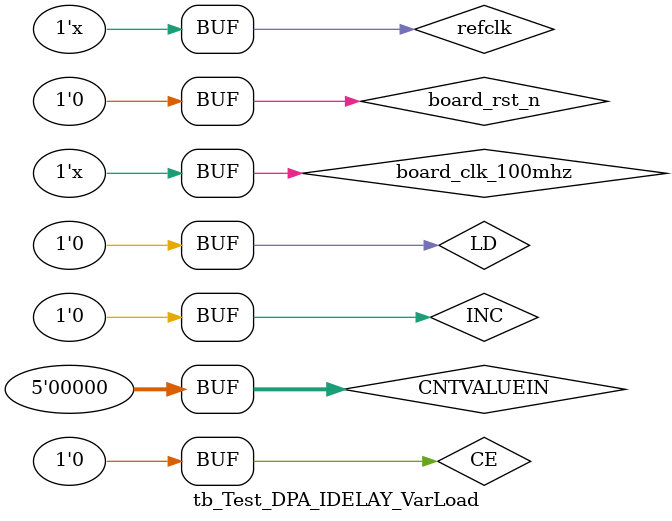
<source format=sv>

`timescale 1ns/1ps
module tb_Test_DPA_IDELAY_VarLoad (); /* this is automatically generated */

	reg board_clk_100mhz;
	reg refclk;
	reg board_rst_n;
	reg [4:0] CNTVALUEIN;
	reg INC;
	reg LD;
	reg CE;

	initial begin
		board_clk_100mhz <= 1'd0;
		board_rst_n <= 1'd0;
		refclk <= 1'd0;
		#13
		board_clk_100mhz <= 1'd1;
	end

	always #5 board_clk_100mhz <= !board_clk_100mhz;
	always #2.5 refclk <= !refclk;

	initial begin
		CNTVALUEIN <= 5'd0;
		LD <= 1'd0;
		CE <= 1'd0;
		INC <= 1'd0;

		#223 	//tap add 1
		CE <= 1'd1;
		INC <= 1'd1;

		#10 	//keep
		CE <= 1'd0;
		INC <= 1'd0;

		#5000 	//tap add 1
		CE <= 1'd1;
		INC <= 1;

		#10 	//keep
		CE <= 1'd0;
		INC <= 1'd0;

		#5000 	//tap convert to 15
		LD <= 1'd1;
		CNTVALUEIN <= 5'd15;

		#10
		LD <= 1'd0;
		CNTVALUEIN <= 5'd0;

		#5000 	//tap reduce 1
		CE <= 1'd1;
		INC <= 1'd0;

		#10
		CE <= 1'd0;
		INC <= 5'd0;

	end


	Test_DPA_IDELAY_VarLoad inst_Test_DPA_IDELAY_VarLoad(
    	.board_clk_100mhz(board_clk_100mhz),
    	.refclk(refclk),
    	.board_rst_n(board_rst_n),
    	.CE(CE),
    	.CNTVALUEIN(CNTVALUEIN),
    	.INC(INC),
    	.LD(LD)
    );

endmodule

</source>
